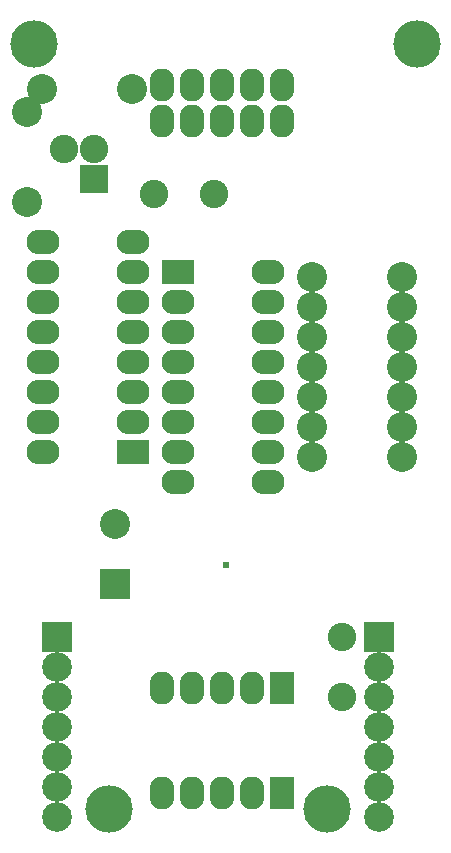
<source format=gbs>
G04 (created by PCBNEW (2013-07-07 BZR 4022)-stable) date 17/03/2015 13:31:24*
%MOIN*%
G04 Gerber Fmt 3.4, Leading zero omitted, Abs format*
%FSLAX34Y34*%
G01*
G70*
G90*
G04 APERTURE LIST*
%ADD10C,0.00590551*%
%ADD11C,0.0239*%
%ADD12R,0.0987X0.0987*%
%ADD13C,0.0987*%
%ADD14R,0.082X0.11*%
%ADD15O,0.082X0.11*%
%ADD16R,0.11X0.082*%
%ADD17O,0.11X0.082*%
%ADD18R,0.095X0.095*%
%ADD19C,0.095*%
%ADD20C,0.1*%
%ADD21R,0.1X0.1*%
%ADD22C,0.1578*%
G04 APERTURE END LIST*
G54D10*
G54D11*
X18400Y-28600D03*
G54D12*
X12750Y-31000D03*
G54D13*
X12750Y-32000D03*
X12750Y-33000D03*
X12750Y-34000D03*
X12750Y-35000D03*
X12750Y-36000D03*
X12750Y-37000D03*
G54D14*
X20250Y-32700D03*
G54D15*
X19250Y-32700D03*
X18250Y-32700D03*
X17250Y-32700D03*
X16250Y-32700D03*
X16250Y-13800D03*
X17250Y-13800D03*
X18250Y-13800D03*
X19250Y-13800D03*
X20250Y-13800D03*
G54D12*
X23500Y-31000D03*
G54D13*
X23500Y-32000D03*
X23500Y-33000D03*
X23500Y-34000D03*
X23500Y-35000D03*
X23500Y-36000D03*
X23500Y-37000D03*
G54D16*
X15300Y-24850D03*
G54D17*
X15300Y-23850D03*
X15300Y-22850D03*
X15300Y-21850D03*
X15300Y-20850D03*
X15300Y-19850D03*
X15300Y-18850D03*
X15300Y-17850D03*
X12300Y-17850D03*
X12300Y-18850D03*
X12300Y-19850D03*
X12300Y-20850D03*
X12300Y-21850D03*
X12300Y-22850D03*
X12300Y-23850D03*
X12300Y-24850D03*
G54D18*
X14000Y-15750D03*
G54D19*
X14000Y-14750D03*
X13000Y-14750D03*
G54D20*
X11750Y-16500D03*
X11750Y-13500D03*
X15250Y-12750D03*
X12250Y-12750D03*
G54D21*
X14700Y-29250D03*
G54D20*
X14700Y-27250D03*
G54D19*
X16000Y-16250D03*
X18000Y-16250D03*
G54D16*
X16800Y-18850D03*
G54D17*
X16800Y-19850D03*
X16800Y-20850D03*
X16800Y-21850D03*
X16800Y-22850D03*
X16800Y-23850D03*
X16800Y-24850D03*
X16800Y-25850D03*
X19800Y-25850D03*
X19800Y-24850D03*
X19800Y-23850D03*
X19800Y-22850D03*
X19800Y-21850D03*
X19800Y-20850D03*
X19800Y-19850D03*
X19800Y-18850D03*
G54D22*
X24750Y-11250D03*
X12000Y-11250D03*
X14500Y-36750D03*
X21750Y-36750D03*
G54D20*
X21250Y-19000D03*
X24250Y-19000D03*
X21250Y-20000D03*
X24250Y-20000D03*
X21250Y-21000D03*
X24250Y-21000D03*
X21250Y-22000D03*
X24250Y-22000D03*
X21250Y-23000D03*
X24250Y-23000D03*
X21250Y-24000D03*
X24250Y-24000D03*
X21250Y-25000D03*
X24250Y-25000D03*
G54D14*
X20250Y-36200D03*
G54D15*
X19250Y-36200D03*
X18250Y-36200D03*
X17250Y-36200D03*
X16250Y-36200D03*
X16250Y-12600D03*
X17250Y-12600D03*
X18250Y-12600D03*
X19250Y-12600D03*
X20250Y-12600D03*
G54D19*
X22250Y-31000D03*
X22250Y-33000D03*
M02*

</source>
